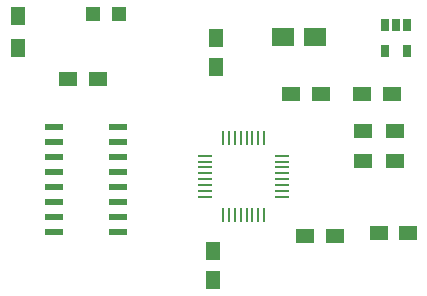
<source format=gbr>
G04 #@! TF.FileFunction,Paste,Top*
%FSLAX46Y46*%
G04 Gerber Fmt 4.6, Leading zero omitted, Abs format (unit mm)*
G04 Created by KiCad (PCBNEW 4.0.6) date 06/06/17 10:00:33*
%MOMM*%
%LPD*%
G01*
G04 APERTURE LIST*
%ADD10C,0.100000*%
%ADD11R,1.500000X1.250000*%
%ADD12R,1.250000X1.500000*%
%ADD13R,1.200000X1.200000*%
%ADD14R,1.500000X1.300000*%
%ADD15R,1.300000X1.500000*%
%ADD16R,1.500000X0.600000*%
%ADD17R,0.650000X1.060000*%
%ADD18R,0.280000X1.200000*%
%ADD19R,1.200000X0.280000*%
%ADD20R,1.950000X1.500000*%
G04 APERTURE END LIST*
D10*
D11*
X144350000Y-100000000D03*
X146850000Y-100000000D03*
X150550000Y-99800000D03*
X153050000Y-99800000D03*
D12*
X136500000Y-101250000D03*
X136500000Y-103750000D03*
D11*
X145650000Y-88000000D03*
X143150000Y-88000000D03*
X149150000Y-88000000D03*
X151650000Y-88000000D03*
D12*
X136750000Y-83250000D03*
X136750000Y-85750000D03*
D11*
X126750000Y-86750000D03*
X124250000Y-86750000D03*
D13*
X126400000Y-81250000D03*
X128600000Y-81250000D03*
D14*
X149190000Y-91150000D03*
X151890000Y-91150000D03*
X149190000Y-93690000D03*
X151890000Y-93690000D03*
D15*
X120000000Y-84100000D03*
X120000000Y-81400000D03*
D16*
X123050000Y-90805000D03*
X123050000Y-92075000D03*
X123050000Y-93345000D03*
X123050000Y-94615000D03*
X123050000Y-95885000D03*
X123050000Y-97155000D03*
X123050000Y-98425000D03*
X123050000Y-99695000D03*
X128450000Y-99695000D03*
X128450000Y-98425000D03*
X128450000Y-97155000D03*
X128450000Y-95885000D03*
X128450000Y-94615000D03*
X128450000Y-93345000D03*
X128450000Y-92075000D03*
X128450000Y-90805000D03*
D17*
X152950000Y-82150000D03*
X152000000Y-82150000D03*
X151050000Y-82150000D03*
X151050000Y-84350000D03*
X152950000Y-84350000D03*
D18*
X140860000Y-91710000D03*
X140360000Y-91710000D03*
X139860000Y-91710000D03*
X139360000Y-91710000D03*
X138860000Y-91710000D03*
X138360000Y-91710000D03*
X137860000Y-91710000D03*
X137360000Y-91710000D03*
D19*
X135860000Y-93210000D03*
X135860000Y-93710000D03*
X135860000Y-94210000D03*
X135860000Y-94710000D03*
X135860000Y-95210000D03*
X135860000Y-95710000D03*
X135860000Y-96210000D03*
X135860000Y-96710000D03*
D18*
X137360000Y-98210000D03*
X137860000Y-98210000D03*
X138360000Y-98210000D03*
X138860000Y-98210000D03*
X139360000Y-98210000D03*
X139860000Y-98210000D03*
X140360000Y-98210000D03*
X140860000Y-98210000D03*
D19*
X142360000Y-96710000D03*
X142360000Y-96210000D03*
X142360000Y-95710000D03*
X142360000Y-95210000D03*
X142360000Y-94710000D03*
X142360000Y-94210000D03*
X142360000Y-93710000D03*
X142360000Y-93210000D03*
D20*
X142425000Y-83200000D03*
X145175000Y-83200000D03*
M02*

</source>
